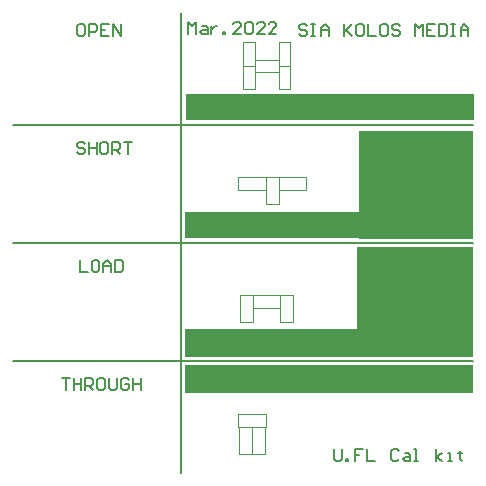
<source format=gto>
G04*
G04 #@! TF.GenerationSoftware,Altium Limited,CircuitStudio,1.5.2 (30)*
G04*
G04 Layer_Color=65535*
%FSLAX24Y24*%
%MOIN*%
G70*
G01*
G75*
%ADD23C,0.0039*%
%ADD24C,0.0079*%
%ADD25R,0.9606X0.0965*%
%ADD26R,0.3888X0.3691*%
%ADD27R,0.9606X0.0935*%
%ADD28R,0.3848X0.3612*%
%ADD29R,0.9606X0.0896*%
%ADD30R,0.9616X0.0866*%
D23*
X7874Y12992D02*
Y13780D01*
Y12992D02*
X8268D01*
Y13780D01*
X7874D02*
X8268D01*
X9449Y13780D02*
Y14567D01*
X9055D02*
X9449D01*
X9055Y13780D02*
Y14567D01*
Y13780D02*
X9449D01*
X8268Y13976D02*
X9055D01*
X8268Y13583D02*
Y13976D01*
Y13583D02*
X9055D01*
Y13976D01*
X9055Y12992D02*
Y13780D01*
Y12992D02*
X9449D01*
Y13780D01*
X9055D02*
X9449D01*
X8268Y13780D02*
Y14567D01*
X7874D02*
X8268D01*
X7874Y13780D02*
Y14567D01*
Y13780D02*
X8268D01*
X9055Y9626D02*
Y10059D01*
X9961D01*
Y9626D02*
Y10059D01*
X9055Y9626D02*
X9961D01*
X7717D02*
Y10059D01*
X8622D01*
Y9626D02*
Y10059D01*
X7717Y9626D02*
X8622D01*
X8622Y10079D02*
X9055D01*
Y9173D02*
Y10079D01*
X8622Y9173D02*
X9055D01*
X8622D02*
Y10079D01*
X9114Y5689D02*
Y6122D01*
X8209Y5689D02*
X9114D01*
X8209D02*
Y6122D01*
X9114D01*
Y6142D02*
X9547D01*
Y5236D02*
Y6142D01*
X9114Y5236D02*
X9547D01*
X9114D02*
Y6142D01*
X7776D02*
X8209D01*
Y5236D02*
Y6142D01*
X7776Y5236D02*
X8209D01*
X7776D02*
Y6142D01*
X8622Y1752D02*
Y2185D01*
X7717Y1752D02*
X8622D01*
X7717D02*
Y2185D01*
X8622D01*
X8169Y1752D02*
X8602D01*
Y846D02*
Y1752D01*
X8169Y846D02*
X8602D01*
X8169D02*
Y1752D01*
X7736D02*
X8169D01*
Y846D02*
Y1752D01*
X7736Y846D02*
X8169D01*
X7736D02*
Y1752D01*
D24*
X197Y11811D02*
X15551D01*
X197Y3937D02*
X15551D01*
X5807Y197D02*
Y15551D01*
X197Y7874D02*
X15551D01*
X10896Y994D02*
Y666D01*
X10961Y600D01*
X11092D01*
X11158Y666D01*
Y994D01*
X11289Y600D02*
Y666D01*
X11355D01*
Y600D01*
X11289D01*
X11880Y994D02*
X11617D01*
Y797D01*
X11748D01*
X11617D01*
Y600D01*
X12011Y994D02*
Y600D01*
X12273D01*
X13060Y928D02*
X12995Y994D01*
X12864D01*
X12798Y928D01*
Y666D01*
X12864Y600D01*
X12995D01*
X13060Y666D01*
X13257Y863D02*
X13388D01*
X13454Y797D01*
Y600D01*
X13257D01*
X13192Y666D01*
X13257Y732D01*
X13454D01*
X13585Y600D02*
X13716D01*
X13651D01*
Y994D01*
X13585D01*
X14307Y600D02*
Y994D01*
Y732D02*
X14503Y863D01*
X14307Y732D02*
X14503Y600D01*
X14700D02*
X14831D01*
X14766D01*
Y863D01*
X14700D01*
X15094Y928D02*
Y863D01*
X15028D01*
X15159D01*
X15094D01*
Y666D01*
X15159Y600D01*
X6033Y14843D02*
Y15236D01*
X6165Y15105D01*
X6296Y15236D01*
Y14843D01*
X6493Y15105D02*
X6624D01*
X6689Y15039D01*
Y14843D01*
X6493D01*
X6427Y14908D01*
X6493Y14974D01*
X6689D01*
X6821Y15105D02*
Y14843D01*
Y14974D01*
X6886Y15039D01*
X6952Y15105D01*
X7017D01*
X7214Y14843D02*
Y14908D01*
X7280D01*
Y14843D01*
X7214D01*
X7805D02*
X7542D01*
X7805Y15105D01*
Y15171D01*
X7739Y15236D01*
X7608D01*
X7542Y15171D01*
X7936D02*
X8001Y15236D01*
X8133D01*
X8198Y15171D01*
Y14908D01*
X8133Y14843D01*
X8001D01*
X7936Y14908D01*
Y15171D01*
X8592Y14843D02*
X8329D01*
X8592Y15105D01*
Y15171D01*
X8526Y15236D01*
X8395D01*
X8329Y15171D01*
X8985Y14843D02*
X8723D01*
X8985Y15105D01*
Y15171D01*
X8920Y15236D01*
X8788D01*
X8723Y15171D01*
X10006Y15092D02*
X9941Y15157D01*
X9810D01*
X9744Y15092D01*
Y15026D01*
X9810Y14961D01*
X9941D01*
X10006Y14895D01*
Y14829D01*
X9941Y14764D01*
X9810D01*
X9744Y14829D01*
X10138Y15157D02*
X10269D01*
X10203D01*
Y14764D01*
X10138D01*
X10269D01*
X10466D02*
Y15026D01*
X10597Y15157D01*
X10728Y15026D01*
Y14764D01*
Y14961D01*
X10466D01*
X11253Y15157D02*
Y14764D01*
Y14895D01*
X11515Y15157D01*
X11318Y14961D01*
X11515Y14764D01*
X11843Y15157D02*
X11712D01*
X11646Y15092D01*
Y14829D01*
X11712Y14764D01*
X11843D01*
X11909Y14829D01*
Y15092D01*
X11843Y15157D01*
X12040D02*
Y14764D01*
X12302D01*
X12630Y15157D02*
X12499D01*
X12434Y15092D01*
Y14829D01*
X12499Y14764D01*
X12630D01*
X12696Y14829D01*
Y15092D01*
X12630Y15157D01*
X13089Y15092D02*
X13024Y15157D01*
X12893D01*
X12827Y15092D01*
Y15026D01*
X12893Y14961D01*
X13024D01*
X13089Y14895D01*
Y14829D01*
X13024Y14764D01*
X12893D01*
X12827Y14829D01*
X13614Y14764D02*
Y15157D01*
X13745Y15026D01*
X13877Y15157D01*
Y14764D01*
X14270Y15157D02*
X14008D01*
Y14764D01*
X14270D01*
X14008Y14961D02*
X14139D01*
X14401Y15157D02*
Y14764D01*
X14598D01*
X14664Y14829D01*
Y15092D01*
X14598Y15157D01*
X14401D01*
X14795D02*
X14926D01*
X14861D01*
Y14764D01*
X14795D01*
X14926D01*
X15123D02*
Y15026D01*
X15254Y15157D01*
X15385Y15026D01*
Y14764D01*
Y14961D01*
X15123D01*
X1831Y3366D02*
X2093D01*
X1962D01*
Y2972D01*
X2224Y3366D02*
Y2972D01*
Y3169D01*
X2487D01*
Y3366D01*
Y2972D01*
X2618D02*
Y3366D01*
X2815D01*
X2880Y3300D01*
Y3169D01*
X2815Y3104D01*
X2618D01*
X2749D02*
X2880Y2972D01*
X3208Y3366D02*
X3077D01*
X3011Y3300D01*
Y3038D01*
X3077Y2972D01*
X3208D01*
X3274Y3038D01*
Y3300D01*
X3208Y3366D01*
X3405D02*
Y3038D01*
X3471Y2972D01*
X3602D01*
X3667Y3038D01*
Y3366D01*
X4061Y3300D02*
X3995Y3366D01*
X3864D01*
X3799Y3300D01*
Y3038D01*
X3864Y2972D01*
X3995D01*
X4061Y3038D01*
Y3169D01*
X3930D01*
X4192Y3366D02*
Y2972D01*
Y3169D01*
X4455D01*
Y3366D01*
Y2972D01*
X2431Y7303D02*
Y6909D01*
X2693D01*
X3021Y7303D02*
X2890D01*
X2825Y7237D01*
Y6975D01*
X2890Y6909D01*
X3021D01*
X3087Y6975D01*
Y7237D01*
X3021Y7303D01*
X3218Y6909D02*
Y7172D01*
X3349Y7303D01*
X3481Y7172D01*
Y6909D01*
Y7106D01*
X3218D01*
X3612Y7303D02*
Y6909D01*
X3809D01*
X3874Y6975D01*
Y7237D01*
X3809Y7303D01*
X3612D01*
X2595Y11165D02*
X2529Y11230D01*
X2398D01*
X2333Y11165D01*
Y11099D01*
X2398Y11033D01*
X2529D01*
X2595Y10968D01*
Y10902D01*
X2529Y10837D01*
X2398D01*
X2333Y10902D01*
X2726Y11230D02*
Y10837D01*
Y11033D01*
X2989D01*
Y11230D01*
Y10837D01*
X3317Y11230D02*
X3185D01*
X3120Y11165D01*
Y10902D01*
X3185Y10837D01*
X3317D01*
X3382Y10902D01*
Y11165D01*
X3317Y11230D01*
X3513Y10837D02*
Y11230D01*
X3710D01*
X3776Y11165D01*
Y11033D01*
X3710Y10968D01*
X3513D01*
X3645D02*
X3776Y10837D01*
X3907Y11230D02*
X4169D01*
X4038D01*
Y10837D01*
X2549Y15157D02*
X2418D01*
X2352Y15092D01*
Y14829D01*
X2418Y14764D01*
X2549D01*
X2615Y14829D01*
Y15092D01*
X2549Y15157D01*
X2746Y14764D02*
Y15157D01*
X2943D01*
X3008Y15092D01*
Y14961D01*
X2943Y14895D01*
X2746D01*
X3402Y15157D02*
X3140D01*
Y14764D01*
X3402D01*
X3140Y14961D02*
X3271D01*
X3533Y14764D02*
Y15157D01*
X3795Y14764D01*
Y15157D01*
D25*
X10728Y3346D02*
D03*
D26*
X13597Y5901D02*
D03*
D27*
X10738Y4523D02*
D03*
D28*
X13627Y9818D02*
D03*
D29*
X10748Y8460D02*
D03*
D30*
X10763Y12392D02*
D03*
M02*

</source>
